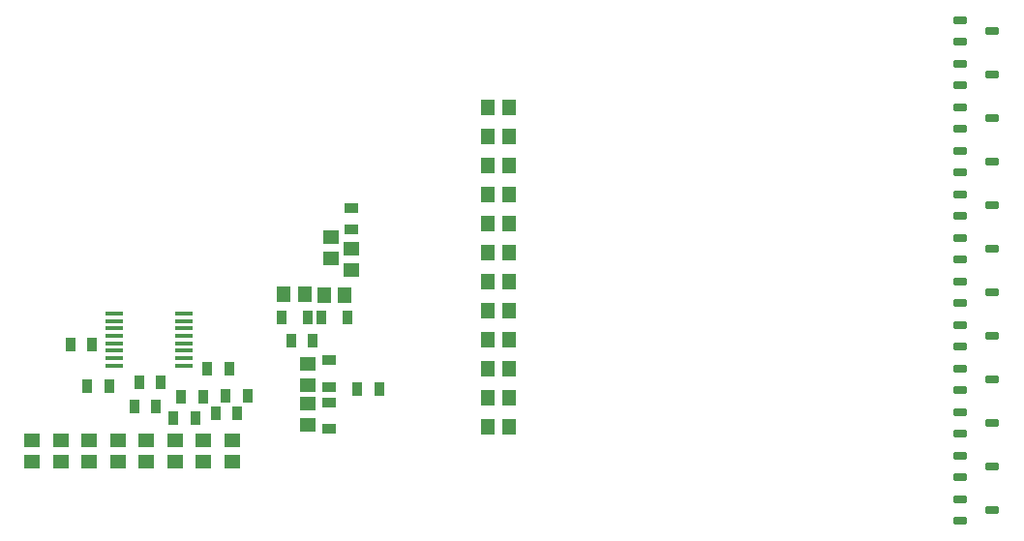
<source format=gbp>
G04*
G04 #@! TF.GenerationSoftware,Altium Limited,Altium Designer,23.11.1 (41)*
G04*
G04 Layer_Color=128*
%FSLAX44Y44*%
%MOMM*%
G71*
G04*
G04 #@! TF.SameCoordinates,5EC7E9E9-DCDC-4549-86B2-7143CB65AA8E*
G04*
G04*
G04 #@! TF.FilePolarity,Positive*
G04*
G01*
G75*
%ADD16R,0.9000X1.3000*%
%ADD20R,1.1500X1.3500*%
%ADD23R,1.3000X0.9000*%
G04:AMPARAMS|DCode=55|XSize=0.65mm|YSize=1.25mm|CornerRadius=0.1625mm|HoleSize=0mm|Usage=FLASHONLY|Rotation=270.000|XOffset=0mm|YOffset=0mm|HoleType=Round|Shape=RoundedRectangle|*
%AMROUNDEDRECTD55*
21,1,0.6500,0.9250,0,0,270.0*
21,1,0.3250,1.2500,0,0,270.0*
1,1,0.3250,-0.4625,-0.1625*
1,1,0.3250,-0.4625,0.1625*
1,1,0.3250,0.4625,0.1625*
1,1,0.3250,0.4625,-0.1625*
%
%ADD55ROUNDEDRECTD55*%
%ADD56R,1.3500X1.1500*%
%ADD57R,1.6000X0.4500*%
D16*
X345384Y211034D02*
D03*
X322384D02*
D03*
X407500Y148000D02*
D03*
X388500D02*
D03*
X273500Y142500D02*
D03*
X292500D02*
D03*
X264500Y127500D02*
D03*
X283500D02*
D03*
X276500Y166500D02*
D03*
X257500D02*
D03*
X380068Y211267D02*
D03*
X357068D02*
D03*
X349750Y190250D02*
D03*
X330750D02*
D03*
X171500Y150500D02*
D03*
X152500D02*
D03*
X193524Y133124D02*
D03*
X212524D02*
D03*
X234500Y141500D02*
D03*
X253500D02*
D03*
X246880Y122774D02*
D03*
X227880D02*
D03*
X137500Y187500D02*
D03*
X156500D02*
D03*
X216458Y154252D02*
D03*
X197458D02*
D03*
D20*
X503050Y395016D02*
D03*
X521550D02*
D03*
X503050Y369616D02*
D03*
X521550D02*
D03*
X503050Y344216D02*
D03*
X521550D02*
D03*
X503050Y318820D02*
D03*
X521550D02*
D03*
X503050Y293420D02*
D03*
X521550D02*
D03*
X503050Y268016D02*
D03*
X521550D02*
D03*
X503050Y242616D02*
D03*
X521550D02*
D03*
X503050Y217216D02*
D03*
X521550D02*
D03*
X503050Y191816D02*
D03*
X521550D02*
D03*
X503050Y166416D02*
D03*
X521550D02*
D03*
X503050Y141016D02*
D03*
X521550D02*
D03*
Y115616D02*
D03*
X503050D02*
D03*
X323839Y231229D02*
D03*
X342339D02*
D03*
X377644Y230445D02*
D03*
X359144D02*
D03*
D23*
X383540Y287680D02*
D03*
Y306680D02*
D03*
X363883Y173339D02*
D03*
Y150339D02*
D03*
X363695Y136761D02*
D03*
Y113761D02*
D03*
D55*
X915600Y395016D02*
D03*
X944100Y309316D02*
D03*
X915600Y318816D02*
D03*
Y299816D02*
D03*
Y376016D02*
D03*
X944100Y385516D02*
D03*
X915600Y33116D02*
D03*
Y52116D02*
D03*
X944100Y42616D02*
D03*
X915600Y71216D02*
D03*
Y90216D02*
D03*
X944100Y80716D02*
D03*
X915600Y109316D02*
D03*
Y128316D02*
D03*
X944100Y118816D02*
D03*
X915600Y147416D02*
D03*
Y166416D02*
D03*
X944100Y156916D02*
D03*
X915600Y185516D02*
D03*
Y204516D02*
D03*
X944100Y195016D02*
D03*
X915600Y223616D02*
D03*
Y242616D02*
D03*
X944100Y233116D02*
D03*
X915600Y261716D02*
D03*
Y280716D02*
D03*
X944100Y271216D02*
D03*
X915600Y337916D02*
D03*
Y356916D02*
D03*
X944100Y347416D02*
D03*
X915600Y414116D02*
D03*
Y433116D02*
D03*
X944100Y423616D02*
D03*
X915600Y452216D02*
D03*
Y471216D02*
D03*
X944100Y461716D02*
D03*
D56*
X345123Y170336D02*
D03*
Y151836D02*
D03*
X344874Y135538D02*
D03*
Y117038D02*
D03*
X365760Y281030D02*
D03*
Y262530D02*
D03*
X383540Y270870D02*
D03*
Y252370D02*
D03*
X104000Y85000D02*
D03*
Y103500D02*
D03*
X129000Y85000D02*
D03*
Y103500D02*
D03*
X154000Y85000D02*
D03*
Y103500D02*
D03*
X179000Y85000D02*
D03*
Y103500D02*
D03*
X204000Y85000D02*
D03*
Y103500D02*
D03*
X229000Y85000D02*
D03*
Y103500D02*
D03*
X254000Y85000D02*
D03*
Y103500D02*
D03*
X279000Y85000D02*
D03*
Y103500D02*
D03*
D57*
X175500Y168750D02*
D03*
Y175250D02*
D03*
Y181750D02*
D03*
Y188250D02*
D03*
Y194750D02*
D03*
Y201250D02*
D03*
Y207750D02*
D03*
Y214250D02*
D03*
X236500Y168750D02*
D03*
Y175250D02*
D03*
Y181750D02*
D03*
Y188250D02*
D03*
Y194750D02*
D03*
Y201250D02*
D03*
Y207750D02*
D03*
Y214250D02*
D03*
M02*

</source>
